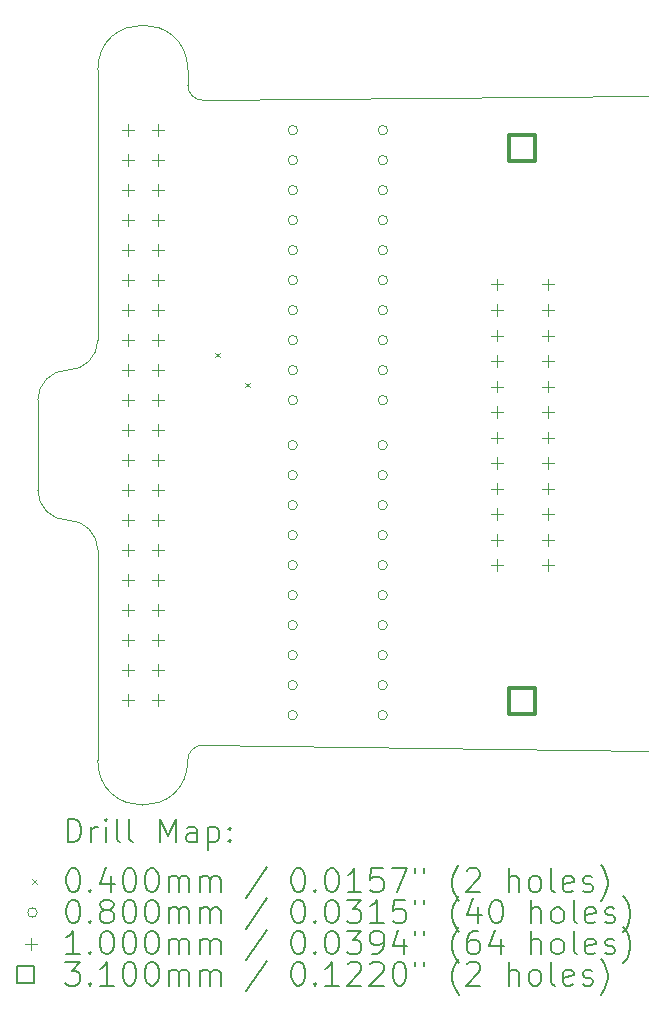
<source format=gbr>
%FSLAX45Y45*%
G04 Gerber Fmt 4.5, Leading zero omitted, Abs format (unit mm)*
G04 Created by KiCad (PCBNEW (6.0.0)) date 2022-01-24 18:05:28*
%MOMM*%
%LPD*%
G01*
G04 APERTURE LIST*
%TA.AperFunction,Profile*%
%ADD10C,0.100000*%
%TD*%
%ADD11C,0.200000*%
%ADD12C,0.040000*%
%ADD13C,0.080000*%
%ADD14C,0.100000*%
%ADD15C,0.310000*%
G04 APERTURE END LIST*
D10*
X20447000Y-6858000D02*
X24217050Y-6824500D01*
X19558000Y-12446000D02*
G75*
G03*
X20320000Y-12446000I381000J0D01*
G01*
X19304000Y-9144000D02*
G75*
G03*
X19558000Y-8890000I0J254000D01*
G01*
X20320000Y-6731000D02*
G75*
G03*
X20447000Y-6858000I127000J0D01*
G01*
X19558000Y-10668000D02*
G75*
G03*
X19304000Y-10414000I-254000J0D01*
G01*
X20320000Y-6604000D02*
G75*
G03*
X19558000Y-6604000I-381000J0D01*
G01*
X19558000Y-12446000D02*
X19558000Y-10668000D01*
X20320000Y-6604000D02*
X20320000Y-6731000D01*
X19304000Y-9144000D02*
G75*
G03*
X19050000Y-9398000I0J-254000D01*
G01*
X20447000Y-12319000D02*
G75*
G03*
X20320000Y-12446000I0J-127000D01*
G01*
X19050000Y-10160000D02*
G75*
G03*
X19304000Y-10414000I254000J0D01*
G01*
X20447000Y-12319000D02*
X24217050Y-12370500D01*
X19558000Y-6604000D02*
X19558000Y-8890000D01*
X19050000Y-9398000D02*
X19050000Y-10160000D01*
D11*
D12*
X20554000Y-8997000D02*
X20594000Y-9037000D01*
X20594000Y-8997000D02*
X20554000Y-9037000D01*
X20808000Y-9251000D02*
X20848000Y-9291000D01*
X20848000Y-9251000D02*
X20808000Y-9291000D01*
D13*
X21248000Y-9778500D02*
G75*
G03*
X21248000Y-9778500I-40000J0D01*
G01*
X21248000Y-10032500D02*
G75*
G03*
X21248000Y-10032500I-40000J0D01*
G01*
X21248000Y-10286500D02*
G75*
G03*
X21248000Y-10286500I-40000J0D01*
G01*
X21248000Y-10540500D02*
G75*
G03*
X21248000Y-10540500I-40000J0D01*
G01*
X21248000Y-10794500D02*
G75*
G03*
X21248000Y-10794500I-40000J0D01*
G01*
X21248000Y-11048500D02*
G75*
G03*
X21248000Y-11048500I-40000J0D01*
G01*
X21248000Y-11302500D02*
G75*
G03*
X21248000Y-11302500I-40000J0D01*
G01*
X21248000Y-11556500D02*
G75*
G03*
X21248000Y-11556500I-40000J0D01*
G01*
X21248000Y-11810500D02*
G75*
G03*
X21248000Y-11810500I-40000J0D01*
G01*
X21248000Y-12064500D02*
G75*
G03*
X21248000Y-12064500I-40000J0D01*
G01*
X21250000Y-7112500D02*
G75*
G03*
X21250000Y-7112500I-40000J0D01*
G01*
X21250000Y-7366500D02*
G75*
G03*
X21250000Y-7366500I-40000J0D01*
G01*
X21250000Y-7620500D02*
G75*
G03*
X21250000Y-7620500I-40000J0D01*
G01*
X21250000Y-7874500D02*
G75*
G03*
X21250000Y-7874500I-40000J0D01*
G01*
X21250000Y-8128500D02*
G75*
G03*
X21250000Y-8128500I-40000J0D01*
G01*
X21250000Y-8382500D02*
G75*
G03*
X21250000Y-8382500I-40000J0D01*
G01*
X21250000Y-8636500D02*
G75*
G03*
X21250000Y-8636500I-40000J0D01*
G01*
X21250000Y-8890500D02*
G75*
G03*
X21250000Y-8890500I-40000J0D01*
G01*
X21250000Y-9144500D02*
G75*
G03*
X21250000Y-9144500I-40000J0D01*
G01*
X21250000Y-9398500D02*
G75*
G03*
X21250000Y-9398500I-40000J0D01*
G01*
X22010000Y-9778500D02*
G75*
G03*
X22010000Y-9778500I-40000J0D01*
G01*
X22010000Y-10032500D02*
G75*
G03*
X22010000Y-10032500I-40000J0D01*
G01*
X22010000Y-10286500D02*
G75*
G03*
X22010000Y-10286500I-40000J0D01*
G01*
X22010000Y-10540500D02*
G75*
G03*
X22010000Y-10540500I-40000J0D01*
G01*
X22010000Y-10794500D02*
G75*
G03*
X22010000Y-10794500I-40000J0D01*
G01*
X22010000Y-11048500D02*
G75*
G03*
X22010000Y-11048500I-40000J0D01*
G01*
X22010000Y-11302500D02*
G75*
G03*
X22010000Y-11302500I-40000J0D01*
G01*
X22010000Y-11556500D02*
G75*
G03*
X22010000Y-11556500I-40000J0D01*
G01*
X22010000Y-11810500D02*
G75*
G03*
X22010000Y-11810500I-40000J0D01*
G01*
X22010000Y-12064500D02*
G75*
G03*
X22010000Y-12064500I-40000J0D01*
G01*
X22012000Y-7112500D02*
G75*
G03*
X22012000Y-7112500I-40000J0D01*
G01*
X22012000Y-7366500D02*
G75*
G03*
X22012000Y-7366500I-40000J0D01*
G01*
X22012000Y-7620500D02*
G75*
G03*
X22012000Y-7620500I-40000J0D01*
G01*
X22012000Y-7874500D02*
G75*
G03*
X22012000Y-7874500I-40000J0D01*
G01*
X22012000Y-8128500D02*
G75*
G03*
X22012000Y-8128500I-40000J0D01*
G01*
X22012000Y-8382500D02*
G75*
G03*
X22012000Y-8382500I-40000J0D01*
G01*
X22012000Y-8636500D02*
G75*
G03*
X22012000Y-8636500I-40000J0D01*
G01*
X22012000Y-8890500D02*
G75*
G03*
X22012000Y-8890500I-40000J0D01*
G01*
X22012000Y-9144500D02*
G75*
G03*
X22012000Y-9144500I-40000J0D01*
G01*
X22012000Y-9398500D02*
G75*
G03*
X22012000Y-9398500I-40000J0D01*
G01*
D14*
X19811500Y-7061500D02*
X19811500Y-7161500D01*
X19761500Y-7111500D02*
X19861500Y-7111500D01*
X19811500Y-7315500D02*
X19811500Y-7415500D01*
X19761500Y-7365500D02*
X19861500Y-7365500D01*
X19811500Y-7569500D02*
X19811500Y-7669500D01*
X19761500Y-7619500D02*
X19861500Y-7619500D01*
X19811500Y-7823500D02*
X19811500Y-7923500D01*
X19761500Y-7873500D02*
X19861500Y-7873500D01*
X19811500Y-8077500D02*
X19811500Y-8177500D01*
X19761500Y-8127500D02*
X19861500Y-8127500D01*
X19811500Y-8331500D02*
X19811500Y-8431500D01*
X19761500Y-8381500D02*
X19861500Y-8381500D01*
X19811500Y-8585500D02*
X19811500Y-8685500D01*
X19761500Y-8635500D02*
X19861500Y-8635500D01*
X19811500Y-8839500D02*
X19811500Y-8939500D01*
X19761500Y-8889500D02*
X19861500Y-8889500D01*
X19811500Y-9093500D02*
X19811500Y-9193500D01*
X19761500Y-9143500D02*
X19861500Y-9143500D01*
X19811500Y-9347500D02*
X19811500Y-9447500D01*
X19761500Y-9397500D02*
X19861500Y-9397500D01*
X19811500Y-9601500D02*
X19811500Y-9701500D01*
X19761500Y-9651500D02*
X19861500Y-9651500D01*
X19811500Y-9855500D02*
X19811500Y-9955500D01*
X19761500Y-9905500D02*
X19861500Y-9905500D01*
X19811500Y-10109500D02*
X19811500Y-10209500D01*
X19761500Y-10159500D02*
X19861500Y-10159500D01*
X19811500Y-10363500D02*
X19811500Y-10463500D01*
X19761500Y-10413500D02*
X19861500Y-10413500D01*
X19811500Y-10617500D02*
X19811500Y-10717500D01*
X19761500Y-10667500D02*
X19861500Y-10667500D01*
X19811500Y-10871500D02*
X19811500Y-10971500D01*
X19761500Y-10921500D02*
X19861500Y-10921500D01*
X19811500Y-11125500D02*
X19811500Y-11225500D01*
X19761500Y-11175500D02*
X19861500Y-11175500D01*
X19811500Y-11379500D02*
X19811500Y-11479500D01*
X19761500Y-11429500D02*
X19861500Y-11429500D01*
X19811500Y-11633500D02*
X19811500Y-11733500D01*
X19761500Y-11683500D02*
X19861500Y-11683500D01*
X19811500Y-11887500D02*
X19811500Y-11987500D01*
X19761500Y-11937500D02*
X19861500Y-11937500D01*
X20065500Y-7061500D02*
X20065500Y-7161500D01*
X20015500Y-7111500D02*
X20115500Y-7111500D01*
X20065500Y-7315500D02*
X20065500Y-7415500D01*
X20015500Y-7365500D02*
X20115500Y-7365500D01*
X20065500Y-7569500D02*
X20065500Y-7669500D01*
X20015500Y-7619500D02*
X20115500Y-7619500D01*
X20065500Y-7823500D02*
X20065500Y-7923500D01*
X20015500Y-7873500D02*
X20115500Y-7873500D01*
X20065500Y-8077500D02*
X20065500Y-8177500D01*
X20015500Y-8127500D02*
X20115500Y-8127500D01*
X20065500Y-8331500D02*
X20065500Y-8431500D01*
X20015500Y-8381500D02*
X20115500Y-8381500D01*
X20065500Y-8585500D02*
X20065500Y-8685500D01*
X20015500Y-8635500D02*
X20115500Y-8635500D01*
X20065500Y-8839500D02*
X20065500Y-8939500D01*
X20015500Y-8889500D02*
X20115500Y-8889500D01*
X20065500Y-9093500D02*
X20065500Y-9193500D01*
X20015500Y-9143500D02*
X20115500Y-9143500D01*
X20065500Y-9347500D02*
X20065500Y-9447500D01*
X20015500Y-9397500D02*
X20115500Y-9397500D01*
X20065500Y-9601500D02*
X20065500Y-9701500D01*
X20015500Y-9651500D02*
X20115500Y-9651500D01*
X20065500Y-9855500D02*
X20065500Y-9955500D01*
X20015500Y-9905500D02*
X20115500Y-9905500D01*
X20065500Y-10109500D02*
X20065500Y-10209500D01*
X20015500Y-10159500D02*
X20115500Y-10159500D01*
X20065500Y-10363500D02*
X20065500Y-10463500D01*
X20015500Y-10413500D02*
X20115500Y-10413500D01*
X20065500Y-10617500D02*
X20065500Y-10717500D01*
X20015500Y-10667500D02*
X20115500Y-10667500D01*
X20065500Y-10871500D02*
X20065500Y-10971500D01*
X20015500Y-10921500D02*
X20115500Y-10921500D01*
X20065500Y-11125500D02*
X20065500Y-11225500D01*
X20015500Y-11175500D02*
X20115500Y-11175500D01*
X20065500Y-11379500D02*
X20065500Y-11479500D01*
X20015500Y-11429500D02*
X20115500Y-11429500D01*
X20065500Y-11633500D02*
X20065500Y-11733500D01*
X20015500Y-11683500D02*
X20115500Y-11683500D01*
X20065500Y-11887500D02*
X20065500Y-11987500D01*
X20015500Y-11937500D02*
X20115500Y-11937500D01*
X22939000Y-8369000D02*
X22939000Y-8469000D01*
X22889000Y-8419000D02*
X22989000Y-8419000D01*
X22939000Y-8585000D02*
X22939000Y-8685000D01*
X22889000Y-8635000D02*
X22989000Y-8635000D01*
X22939000Y-8801000D02*
X22939000Y-8901000D01*
X22889000Y-8851000D02*
X22989000Y-8851000D01*
X22939000Y-9017000D02*
X22939000Y-9117000D01*
X22889000Y-9067000D02*
X22989000Y-9067000D01*
X22939000Y-9233000D02*
X22939000Y-9333000D01*
X22889000Y-9283000D02*
X22989000Y-9283000D01*
X22939000Y-9449000D02*
X22939000Y-9549000D01*
X22889000Y-9499000D02*
X22989000Y-9499000D01*
X22939000Y-9665000D02*
X22939000Y-9765000D01*
X22889000Y-9715000D02*
X22989000Y-9715000D01*
X22939000Y-9881000D02*
X22939000Y-9981000D01*
X22889000Y-9931000D02*
X22989000Y-9931000D01*
X22939000Y-10097000D02*
X22939000Y-10197000D01*
X22889000Y-10147000D02*
X22989000Y-10147000D01*
X22939000Y-10313000D02*
X22939000Y-10413000D01*
X22889000Y-10363000D02*
X22989000Y-10363000D01*
X22939000Y-10529000D02*
X22939000Y-10629000D01*
X22889000Y-10579000D02*
X22989000Y-10579000D01*
X22939000Y-10745000D02*
X22939000Y-10845000D01*
X22889000Y-10795000D02*
X22989000Y-10795000D01*
X23368000Y-8369000D02*
X23368000Y-8469000D01*
X23318000Y-8419000D02*
X23418000Y-8419000D01*
X23368000Y-8585000D02*
X23368000Y-8685000D01*
X23318000Y-8635000D02*
X23418000Y-8635000D01*
X23368000Y-8801000D02*
X23368000Y-8901000D01*
X23318000Y-8851000D02*
X23418000Y-8851000D01*
X23368000Y-9017000D02*
X23368000Y-9117000D01*
X23318000Y-9067000D02*
X23418000Y-9067000D01*
X23368000Y-9233000D02*
X23368000Y-9333000D01*
X23318000Y-9283000D02*
X23418000Y-9283000D01*
X23368000Y-9449000D02*
X23368000Y-9549000D01*
X23318000Y-9499000D02*
X23418000Y-9499000D01*
X23368000Y-9665000D02*
X23368000Y-9765000D01*
X23318000Y-9715000D02*
X23418000Y-9715000D01*
X23368000Y-9881000D02*
X23368000Y-9981000D01*
X23318000Y-9931000D02*
X23418000Y-9931000D01*
X23368000Y-10097000D02*
X23368000Y-10197000D01*
X23318000Y-10147000D02*
X23418000Y-10147000D01*
X23368000Y-10313000D02*
X23368000Y-10413000D01*
X23318000Y-10363000D02*
X23418000Y-10363000D01*
X23368000Y-10529000D02*
X23368000Y-10629000D01*
X23318000Y-10579000D02*
X23418000Y-10579000D01*
X23368000Y-10745000D02*
X23368000Y-10845000D01*
X23318000Y-10795000D02*
X23418000Y-10795000D01*
D15*
X23263103Y-7376603D02*
X23263103Y-7157397D01*
X23043897Y-7157397D01*
X23043897Y-7376603D01*
X23263103Y-7376603D01*
X23263103Y-12056603D02*
X23263103Y-11837397D01*
X23043897Y-11837397D01*
X23043897Y-12056603D01*
X23263103Y-12056603D01*
D11*
X19302619Y-13142476D02*
X19302619Y-12942476D01*
X19350238Y-12942476D01*
X19378810Y-12952000D01*
X19397857Y-12971048D01*
X19407381Y-12990095D01*
X19416905Y-13028190D01*
X19416905Y-13056762D01*
X19407381Y-13094857D01*
X19397857Y-13113905D01*
X19378810Y-13132952D01*
X19350238Y-13142476D01*
X19302619Y-13142476D01*
X19502619Y-13142476D02*
X19502619Y-13009143D01*
X19502619Y-13047238D02*
X19512143Y-13028190D01*
X19521667Y-13018667D01*
X19540714Y-13009143D01*
X19559762Y-13009143D01*
X19626429Y-13142476D02*
X19626429Y-13009143D01*
X19626429Y-12942476D02*
X19616905Y-12952000D01*
X19626429Y-12961524D01*
X19635952Y-12952000D01*
X19626429Y-12942476D01*
X19626429Y-12961524D01*
X19750238Y-13142476D02*
X19731190Y-13132952D01*
X19721667Y-13113905D01*
X19721667Y-12942476D01*
X19855000Y-13142476D02*
X19835952Y-13132952D01*
X19826429Y-13113905D01*
X19826429Y-12942476D01*
X20083571Y-13142476D02*
X20083571Y-12942476D01*
X20150238Y-13085333D01*
X20216905Y-12942476D01*
X20216905Y-13142476D01*
X20397857Y-13142476D02*
X20397857Y-13037714D01*
X20388333Y-13018667D01*
X20369286Y-13009143D01*
X20331190Y-13009143D01*
X20312143Y-13018667D01*
X20397857Y-13132952D02*
X20378810Y-13142476D01*
X20331190Y-13142476D01*
X20312143Y-13132952D01*
X20302619Y-13113905D01*
X20302619Y-13094857D01*
X20312143Y-13075809D01*
X20331190Y-13066286D01*
X20378810Y-13066286D01*
X20397857Y-13056762D01*
X20493095Y-13009143D02*
X20493095Y-13209143D01*
X20493095Y-13018667D02*
X20512143Y-13009143D01*
X20550238Y-13009143D01*
X20569286Y-13018667D01*
X20578810Y-13028190D01*
X20588333Y-13047238D01*
X20588333Y-13104381D01*
X20578810Y-13123428D01*
X20569286Y-13132952D01*
X20550238Y-13142476D01*
X20512143Y-13142476D01*
X20493095Y-13132952D01*
X20674048Y-13123428D02*
X20683571Y-13132952D01*
X20674048Y-13142476D01*
X20664524Y-13132952D01*
X20674048Y-13123428D01*
X20674048Y-13142476D01*
X20674048Y-13018667D02*
X20683571Y-13028190D01*
X20674048Y-13037714D01*
X20664524Y-13028190D01*
X20674048Y-13018667D01*
X20674048Y-13037714D01*
D12*
X19005000Y-13452000D02*
X19045000Y-13492000D01*
X19045000Y-13452000D02*
X19005000Y-13492000D01*
D11*
X19340714Y-13362476D02*
X19359762Y-13362476D01*
X19378810Y-13372000D01*
X19388333Y-13381524D01*
X19397857Y-13400571D01*
X19407381Y-13438667D01*
X19407381Y-13486286D01*
X19397857Y-13524381D01*
X19388333Y-13543428D01*
X19378810Y-13552952D01*
X19359762Y-13562476D01*
X19340714Y-13562476D01*
X19321667Y-13552952D01*
X19312143Y-13543428D01*
X19302619Y-13524381D01*
X19293095Y-13486286D01*
X19293095Y-13438667D01*
X19302619Y-13400571D01*
X19312143Y-13381524D01*
X19321667Y-13372000D01*
X19340714Y-13362476D01*
X19493095Y-13543428D02*
X19502619Y-13552952D01*
X19493095Y-13562476D01*
X19483571Y-13552952D01*
X19493095Y-13543428D01*
X19493095Y-13562476D01*
X19674048Y-13429143D02*
X19674048Y-13562476D01*
X19626429Y-13352952D02*
X19578810Y-13495809D01*
X19702619Y-13495809D01*
X19816905Y-13362476D02*
X19835952Y-13362476D01*
X19855000Y-13372000D01*
X19864524Y-13381524D01*
X19874048Y-13400571D01*
X19883571Y-13438667D01*
X19883571Y-13486286D01*
X19874048Y-13524381D01*
X19864524Y-13543428D01*
X19855000Y-13552952D01*
X19835952Y-13562476D01*
X19816905Y-13562476D01*
X19797857Y-13552952D01*
X19788333Y-13543428D01*
X19778810Y-13524381D01*
X19769286Y-13486286D01*
X19769286Y-13438667D01*
X19778810Y-13400571D01*
X19788333Y-13381524D01*
X19797857Y-13372000D01*
X19816905Y-13362476D01*
X20007381Y-13362476D02*
X20026429Y-13362476D01*
X20045476Y-13372000D01*
X20055000Y-13381524D01*
X20064524Y-13400571D01*
X20074048Y-13438667D01*
X20074048Y-13486286D01*
X20064524Y-13524381D01*
X20055000Y-13543428D01*
X20045476Y-13552952D01*
X20026429Y-13562476D01*
X20007381Y-13562476D01*
X19988333Y-13552952D01*
X19978810Y-13543428D01*
X19969286Y-13524381D01*
X19959762Y-13486286D01*
X19959762Y-13438667D01*
X19969286Y-13400571D01*
X19978810Y-13381524D01*
X19988333Y-13372000D01*
X20007381Y-13362476D01*
X20159762Y-13562476D02*
X20159762Y-13429143D01*
X20159762Y-13448190D02*
X20169286Y-13438667D01*
X20188333Y-13429143D01*
X20216905Y-13429143D01*
X20235952Y-13438667D01*
X20245476Y-13457714D01*
X20245476Y-13562476D01*
X20245476Y-13457714D02*
X20255000Y-13438667D01*
X20274048Y-13429143D01*
X20302619Y-13429143D01*
X20321667Y-13438667D01*
X20331190Y-13457714D01*
X20331190Y-13562476D01*
X20426429Y-13562476D02*
X20426429Y-13429143D01*
X20426429Y-13448190D02*
X20435952Y-13438667D01*
X20455000Y-13429143D01*
X20483571Y-13429143D01*
X20502619Y-13438667D01*
X20512143Y-13457714D01*
X20512143Y-13562476D01*
X20512143Y-13457714D02*
X20521667Y-13438667D01*
X20540714Y-13429143D01*
X20569286Y-13429143D01*
X20588333Y-13438667D01*
X20597857Y-13457714D01*
X20597857Y-13562476D01*
X20988333Y-13352952D02*
X20816905Y-13610095D01*
X21245476Y-13362476D02*
X21264524Y-13362476D01*
X21283571Y-13372000D01*
X21293095Y-13381524D01*
X21302619Y-13400571D01*
X21312143Y-13438667D01*
X21312143Y-13486286D01*
X21302619Y-13524381D01*
X21293095Y-13543428D01*
X21283571Y-13552952D01*
X21264524Y-13562476D01*
X21245476Y-13562476D01*
X21226429Y-13552952D01*
X21216905Y-13543428D01*
X21207381Y-13524381D01*
X21197857Y-13486286D01*
X21197857Y-13438667D01*
X21207381Y-13400571D01*
X21216905Y-13381524D01*
X21226429Y-13372000D01*
X21245476Y-13362476D01*
X21397857Y-13543428D02*
X21407381Y-13552952D01*
X21397857Y-13562476D01*
X21388333Y-13552952D01*
X21397857Y-13543428D01*
X21397857Y-13562476D01*
X21531190Y-13362476D02*
X21550238Y-13362476D01*
X21569286Y-13372000D01*
X21578810Y-13381524D01*
X21588333Y-13400571D01*
X21597857Y-13438667D01*
X21597857Y-13486286D01*
X21588333Y-13524381D01*
X21578810Y-13543428D01*
X21569286Y-13552952D01*
X21550238Y-13562476D01*
X21531190Y-13562476D01*
X21512143Y-13552952D01*
X21502619Y-13543428D01*
X21493095Y-13524381D01*
X21483571Y-13486286D01*
X21483571Y-13438667D01*
X21493095Y-13400571D01*
X21502619Y-13381524D01*
X21512143Y-13372000D01*
X21531190Y-13362476D01*
X21788333Y-13562476D02*
X21674048Y-13562476D01*
X21731190Y-13562476D02*
X21731190Y-13362476D01*
X21712143Y-13391048D01*
X21693095Y-13410095D01*
X21674048Y-13419619D01*
X21969286Y-13362476D02*
X21874048Y-13362476D01*
X21864524Y-13457714D01*
X21874048Y-13448190D01*
X21893095Y-13438667D01*
X21940714Y-13438667D01*
X21959762Y-13448190D01*
X21969286Y-13457714D01*
X21978810Y-13476762D01*
X21978810Y-13524381D01*
X21969286Y-13543428D01*
X21959762Y-13552952D01*
X21940714Y-13562476D01*
X21893095Y-13562476D01*
X21874048Y-13552952D01*
X21864524Y-13543428D01*
X22045476Y-13362476D02*
X22178810Y-13362476D01*
X22093095Y-13562476D01*
X22245476Y-13362476D02*
X22245476Y-13400571D01*
X22321667Y-13362476D02*
X22321667Y-13400571D01*
X22616905Y-13638667D02*
X22607381Y-13629143D01*
X22588333Y-13600571D01*
X22578809Y-13581524D01*
X22569286Y-13552952D01*
X22559762Y-13505333D01*
X22559762Y-13467238D01*
X22569286Y-13419619D01*
X22578809Y-13391048D01*
X22588333Y-13372000D01*
X22607381Y-13343428D01*
X22616905Y-13333905D01*
X22683571Y-13381524D02*
X22693095Y-13372000D01*
X22712143Y-13362476D01*
X22759762Y-13362476D01*
X22778809Y-13372000D01*
X22788333Y-13381524D01*
X22797857Y-13400571D01*
X22797857Y-13419619D01*
X22788333Y-13448190D01*
X22674048Y-13562476D01*
X22797857Y-13562476D01*
X23035952Y-13562476D02*
X23035952Y-13362476D01*
X23121667Y-13562476D02*
X23121667Y-13457714D01*
X23112143Y-13438667D01*
X23093095Y-13429143D01*
X23064524Y-13429143D01*
X23045476Y-13438667D01*
X23035952Y-13448190D01*
X23245476Y-13562476D02*
X23226428Y-13552952D01*
X23216905Y-13543428D01*
X23207381Y-13524381D01*
X23207381Y-13467238D01*
X23216905Y-13448190D01*
X23226428Y-13438667D01*
X23245476Y-13429143D01*
X23274048Y-13429143D01*
X23293095Y-13438667D01*
X23302619Y-13448190D01*
X23312143Y-13467238D01*
X23312143Y-13524381D01*
X23302619Y-13543428D01*
X23293095Y-13552952D01*
X23274048Y-13562476D01*
X23245476Y-13562476D01*
X23426428Y-13562476D02*
X23407381Y-13552952D01*
X23397857Y-13533905D01*
X23397857Y-13362476D01*
X23578809Y-13552952D02*
X23559762Y-13562476D01*
X23521667Y-13562476D01*
X23502619Y-13552952D01*
X23493095Y-13533905D01*
X23493095Y-13457714D01*
X23502619Y-13438667D01*
X23521667Y-13429143D01*
X23559762Y-13429143D01*
X23578809Y-13438667D01*
X23588333Y-13457714D01*
X23588333Y-13476762D01*
X23493095Y-13495809D01*
X23664524Y-13552952D02*
X23683571Y-13562476D01*
X23721667Y-13562476D01*
X23740714Y-13552952D01*
X23750238Y-13533905D01*
X23750238Y-13524381D01*
X23740714Y-13505333D01*
X23721667Y-13495809D01*
X23693095Y-13495809D01*
X23674048Y-13486286D01*
X23664524Y-13467238D01*
X23664524Y-13457714D01*
X23674048Y-13438667D01*
X23693095Y-13429143D01*
X23721667Y-13429143D01*
X23740714Y-13438667D01*
X23816905Y-13638667D02*
X23826428Y-13629143D01*
X23845476Y-13600571D01*
X23855000Y-13581524D01*
X23864524Y-13552952D01*
X23874048Y-13505333D01*
X23874048Y-13467238D01*
X23864524Y-13419619D01*
X23855000Y-13391048D01*
X23845476Y-13372000D01*
X23826428Y-13343428D01*
X23816905Y-13333905D01*
D13*
X19045000Y-13736000D02*
G75*
G03*
X19045000Y-13736000I-40000J0D01*
G01*
D11*
X19340714Y-13626476D02*
X19359762Y-13626476D01*
X19378810Y-13636000D01*
X19388333Y-13645524D01*
X19397857Y-13664571D01*
X19407381Y-13702667D01*
X19407381Y-13750286D01*
X19397857Y-13788381D01*
X19388333Y-13807428D01*
X19378810Y-13816952D01*
X19359762Y-13826476D01*
X19340714Y-13826476D01*
X19321667Y-13816952D01*
X19312143Y-13807428D01*
X19302619Y-13788381D01*
X19293095Y-13750286D01*
X19293095Y-13702667D01*
X19302619Y-13664571D01*
X19312143Y-13645524D01*
X19321667Y-13636000D01*
X19340714Y-13626476D01*
X19493095Y-13807428D02*
X19502619Y-13816952D01*
X19493095Y-13826476D01*
X19483571Y-13816952D01*
X19493095Y-13807428D01*
X19493095Y-13826476D01*
X19616905Y-13712190D02*
X19597857Y-13702667D01*
X19588333Y-13693143D01*
X19578810Y-13674095D01*
X19578810Y-13664571D01*
X19588333Y-13645524D01*
X19597857Y-13636000D01*
X19616905Y-13626476D01*
X19655000Y-13626476D01*
X19674048Y-13636000D01*
X19683571Y-13645524D01*
X19693095Y-13664571D01*
X19693095Y-13674095D01*
X19683571Y-13693143D01*
X19674048Y-13702667D01*
X19655000Y-13712190D01*
X19616905Y-13712190D01*
X19597857Y-13721714D01*
X19588333Y-13731238D01*
X19578810Y-13750286D01*
X19578810Y-13788381D01*
X19588333Y-13807428D01*
X19597857Y-13816952D01*
X19616905Y-13826476D01*
X19655000Y-13826476D01*
X19674048Y-13816952D01*
X19683571Y-13807428D01*
X19693095Y-13788381D01*
X19693095Y-13750286D01*
X19683571Y-13731238D01*
X19674048Y-13721714D01*
X19655000Y-13712190D01*
X19816905Y-13626476D02*
X19835952Y-13626476D01*
X19855000Y-13636000D01*
X19864524Y-13645524D01*
X19874048Y-13664571D01*
X19883571Y-13702667D01*
X19883571Y-13750286D01*
X19874048Y-13788381D01*
X19864524Y-13807428D01*
X19855000Y-13816952D01*
X19835952Y-13826476D01*
X19816905Y-13826476D01*
X19797857Y-13816952D01*
X19788333Y-13807428D01*
X19778810Y-13788381D01*
X19769286Y-13750286D01*
X19769286Y-13702667D01*
X19778810Y-13664571D01*
X19788333Y-13645524D01*
X19797857Y-13636000D01*
X19816905Y-13626476D01*
X20007381Y-13626476D02*
X20026429Y-13626476D01*
X20045476Y-13636000D01*
X20055000Y-13645524D01*
X20064524Y-13664571D01*
X20074048Y-13702667D01*
X20074048Y-13750286D01*
X20064524Y-13788381D01*
X20055000Y-13807428D01*
X20045476Y-13816952D01*
X20026429Y-13826476D01*
X20007381Y-13826476D01*
X19988333Y-13816952D01*
X19978810Y-13807428D01*
X19969286Y-13788381D01*
X19959762Y-13750286D01*
X19959762Y-13702667D01*
X19969286Y-13664571D01*
X19978810Y-13645524D01*
X19988333Y-13636000D01*
X20007381Y-13626476D01*
X20159762Y-13826476D02*
X20159762Y-13693143D01*
X20159762Y-13712190D02*
X20169286Y-13702667D01*
X20188333Y-13693143D01*
X20216905Y-13693143D01*
X20235952Y-13702667D01*
X20245476Y-13721714D01*
X20245476Y-13826476D01*
X20245476Y-13721714D02*
X20255000Y-13702667D01*
X20274048Y-13693143D01*
X20302619Y-13693143D01*
X20321667Y-13702667D01*
X20331190Y-13721714D01*
X20331190Y-13826476D01*
X20426429Y-13826476D02*
X20426429Y-13693143D01*
X20426429Y-13712190D02*
X20435952Y-13702667D01*
X20455000Y-13693143D01*
X20483571Y-13693143D01*
X20502619Y-13702667D01*
X20512143Y-13721714D01*
X20512143Y-13826476D01*
X20512143Y-13721714D02*
X20521667Y-13702667D01*
X20540714Y-13693143D01*
X20569286Y-13693143D01*
X20588333Y-13702667D01*
X20597857Y-13721714D01*
X20597857Y-13826476D01*
X20988333Y-13616952D02*
X20816905Y-13874095D01*
X21245476Y-13626476D02*
X21264524Y-13626476D01*
X21283571Y-13636000D01*
X21293095Y-13645524D01*
X21302619Y-13664571D01*
X21312143Y-13702667D01*
X21312143Y-13750286D01*
X21302619Y-13788381D01*
X21293095Y-13807428D01*
X21283571Y-13816952D01*
X21264524Y-13826476D01*
X21245476Y-13826476D01*
X21226429Y-13816952D01*
X21216905Y-13807428D01*
X21207381Y-13788381D01*
X21197857Y-13750286D01*
X21197857Y-13702667D01*
X21207381Y-13664571D01*
X21216905Y-13645524D01*
X21226429Y-13636000D01*
X21245476Y-13626476D01*
X21397857Y-13807428D02*
X21407381Y-13816952D01*
X21397857Y-13826476D01*
X21388333Y-13816952D01*
X21397857Y-13807428D01*
X21397857Y-13826476D01*
X21531190Y-13626476D02*
X21550238Y-13626476D01*
X21569286Y-13636000D01*
X21578810Y-13645524D01*
X21588333Y-13664571D01*
X21597857Y-13702667D01*
X21597857Y-13750286D01*
X21588333Y-13788381D01*
X21578810Y-13807428D01*
X21569286Y-13816952D01*
X21550238Y-13826476D01*
X21531190Y-13826476D01*
X21512143Y-13816952D01*
X21502619Y-13807428D01*
X21493095Y-13788381D01*
X21483571Y-13750286D01*
X21483571Y-13702667D01*
X21493095Y-13664571D01*
X21502619Y-13645524D01*
X21512143Y-13636000D01*
X21531190Y-13626476D01*
X21664524Y-13626476D02*
X21788333Y-13626476D01*
X21721667Y-13702667D01*
X21750238Y-13702667D01*
X21769286Y-13712190D01*
X21778810Y-13721714D01*
X21788333Y-13740762D01*
X21788333Y-13788381D01*
X21778810Y-13807428D01*
X21769286Y-13816952D01*
X21750238Y-13826476D01*
X21693095Y-13826476D01*
X21674048Y-13816952D01*
X21664524Y-13807428D01*
X21978810Y-13826476D02*
X21864524Y-13826476D01*
X21921667Y-13826476D02*
X21921667Y-13626476D01*
X21902619Y-13655048D01*
X21883571Y-13674095D01*
X21864524Y-13683619D01*
X22159762Y-13626476D02*
X22064524Y-13626476D01*
X22055000Y-13721714D01*
X22064524Y-13712190D01*
X22083571Y-13702667D01*
X22131190Y-13702667D01*
X22150238Y-13712190D01*
X22159762Y-13721714D01*
X22169286Y-13740762D01*
X22169286Y-13788381D01*
X22159762Y-13807428D01*
X22150238Y-13816952D01*
X22131190Y-13826476D01*
X22083571Y-13826476D01*
X22064524Y-13816952D01*
X22055000Y-13807428D01*
X22245476Y-13626476D02*
X22245476Y-13664571D01*
X22321667Y-13626476D02*
X22321667Y-13664571D01*
X22616905Y-13902667D02*
X22607381Y-13893143D01*
X22588333Y-13864571D01*
X22578809Y-13845524D01*
X22569286Y-13816952D01*
X22559762Y-13769333D01*
X22559762Y-13731238D01*
X22569286Y-13683619D01*
X22578809Y-13655048D01*
X22588333Y-13636000D01*
X22607381Y-13607428D01*
X22616905Y-13597905D01*
X22778809Y-13693143D02*
X22778809Y-13826476D01*
X22731190Y-13616952D02*
X22683571Y-13759809D01*
X22807381Y-13759809D01*
X22921667Y-13626476D02*
X22940714Y-13626476D01*
X22959762Y-13636000D01*
X22969286Y-13645524D01*
X22978809Y-13664571D01*
X22988333Y-13702667D01*
X22988333Y-13750286D01*
X22978809Y-13788381D01*
X22969286Y-13807428D01*
X22959762Y-13816952D01*
X22940714Y-13826476D01*
X22921667Y-13826476D01*
X22902619Y-13816952D01*
X22893095Y-13807428D01*
X22883571Y-13788381D01*
X22874048Y-13750286D01*
X22874048Y-13702667D01*
X22883571Y-13664571D01*
X22893095Y-13645524D01*
X22902619Y-13636000D01*
X22921667Y-13626476D01*
X23226428Y-13826476D02*
X23226428Y-13626476D01*
X23312143Y-13826476D02*
X23312143Y-13721714D01*
X23302619Y-13702667D01*
X23283571Y-13693143D01*
X23255000Y-13693143D01*
X23235952Y-13702667D01*
X23226428Y-13712190D01*
X23435952Y-13826476D02*
X23416905Y-13816952D01*
X23407381Y-13807428D01*
X23397857Y-13788381D01*
X23397857Y-13731238D01*
X23407381Y-13712190D01*
X23416905Y-13702667D01*
X23435952Y-13693143D01*
X23464524Y-13693143D01*
X23483571Y-13702667D01*
X23493095Y-13712190D01*
X23502619Y-13731238D01*
X23502619Y-13788381D01*
X23493095Y-13807428D01*
X23483571Y-13816952D01*
X23464524Y-13826476D01*
X23435952Y-13826476D01*
X23616905Y-13826476D02*
X23597857Y-13816952D01*
X23588333Y-13797905D01*
X23588333Y-13626476D01*
X23769286Y-13816952D02*
X23750238Y-13826476D01*
X23712143Y-13826476D01*
X23693095Y-13816952D01*
X23683571Y-13797905D01*
X23683571Y-13721714D01*
X23693095Y-13702667D01*
X23712143Y-13693143D01*
X23750238Y-13693143D01*
X23769286Y-13702667D01*
X23778809Y-13721714D01*
X23778809Y-13740762D01*
X23683571Y-13759809D01*
X23855000Y-13816952D02*
X23874048Y-13826476D01*
X23912143Y-13826476D01*
X23931190Y-13816952D01*
X23940714Y-13797905D01*
X23940714Y-13788381D01*
X23931190Y-13769333D01*
X23912143Y-13759809D01*
X23883571Y-13759809D01*
X23864524Y-13750286D01*
X23855000Y-13731238D01*
X23855000Y-13721714D01*
X23864524Y-13702667D01*
X23883571Y-13693143D01*
X23912143Y-13693143D01*
X23931190Y-13702667D01*
X24007381Y-13902667D02*
X24016905Y-13893143D01*
X24035952Y-13864571D01*
X24045476Y-13845524D01*
X24055000Y-13816952D01*
X24064524Y-13769333D01*
X24064524Y-13731238D01*
X24055000Y-13683619D01*
X24045476Y-13655048D01*
X24035952Y-13636000D01*
X24016905Y-13607428D01*
X24007381Y-13597905D01*
D14*
X18995000Y-13950000D02*
X18995000Y-14050000D01*
X18945000Y-14000000D02*
X19045000Y-14000000D01*
D11*
X19407381Y-14090476D02*
X19293095Y-14090476D01*
X19350238Y-14090476D02*
X19350238Y-13890476D01*
X19331190Y-13919048D01*
X19312143Y-13938095D01*
X19293095Y-13947619D01*
X19493095Y-14071428D02*
X19502619Y-14080952D01*
X19493095Y-14090476D01*
X19483571Y-14080952D01*
X19493095Y-14071428D01*
X19493095Y-14090476D01*
X19626429Y-13890476D02*
X19645476Y-13890476D01*
X19664524Y-13900000D01*
X19674048Y-13909524D01*
X19683571Y-13928571D01*
X19693095Y-13966667D01*
X19693095Y-14014286D01*
X19683571Y-14052381D01*
X19674048Y-14071428D01*
X19664524Y-14080952D01*
X19645476Y-14090476D01*
X19626429Y-14090476D01*
X19607381Y-14080952D01*
X19597857Y-14071428D01*
X19588333Y-14052381D01*
X19578810Y-14014286D01*
X19578810Y-13966667D01*
X19588333Y-13928571D01*
X19597857Y-13909524D01*
X19607381Y-13900000D01*
X19626429Y-13890476D01*
X19816905Y-13890476D02*
X19835952Y-13890476D01*
X19855000Y-13900000D01*
X19864524Y-13909524D01*
X19874048Y-13928571D01*
X19883571Y-13966667D01*
X19883571Y-14014286D01*
X19874048Y-14052381D01*
X19864524Y-14071428D01*
X19855000Y-14080952D01*
X19835952Y-14090476D01*
X19816905Y-14090476D01*
X19797857Y-14080952D01*
X19788333Y-14071428D01*
X19778810Y-14052381D01*
X19769286Y-14014286D01*
X19769286Y-13966667D01*
X19778810Y-13928571D01*
X19788333Y-13909524D01*
X19797857Y-13900000D01*
X19816905Y-13890476D01*
X20007381Y-13890476D02*
X20026429Y-13890476D01*
X20045476Y-13900000D01*
X20055000Y-13909524D01*
X20064524Y-13928571D01*
X20074048Y-13966667D01*
X20074048Y-14014286D01*
X20064524Y-14052381D01*
X20055000Y-14071428D01*
X20045476Y-14080952D01*
X20026429Y-14090476D01*
X20007381Y-14090476D01*
X19988333Y-14080952D01*
X19978810Y-14071428D01*
X19969286Y-14052381D01*
X19959762Y-14014286D01*
X19959762Y-13966667D01*
X19969286Y-13928571D01*
X19978810Y-13909524D01*
X19988333Y-13900000D01*
X20007381Y-13890476D01*
X20159762Y-14090476D02*
X20159762Y-13957143D01*
X20159762Y-13976190D02*
X20169286Y-13966667D01*
X20188333Y-13957143D01*
X20216905Y-13957143D01*
X20235952Y-13966667D01*
X20245476Y-13985714D01*
X20245476Y-14090476D01*
X20245476Y-13985714D02*
X20255000Y-13966667D01*
X20274048Y-13957143D01*
X20302619Y-13957143D01*
X20321667Y-13966667D01*
X20331190Y-13985714D01*
X20331190Y-14090476D01*
X20426429Y-14090476D02*
X20426429Y-13957143D01*
X20426429Y-13976190D02*
X20435952Y-13966667D01*
X20455000Y-13957143D01*
X20483571Y-13957143D01*
X20502619Y-13966667D01*
X20512143Y-13985714D01*
X20512143Y-14090476D01*
X20512143Y-13985714D02*
X20521667Y-13966667D01*
X20540714Y-13957143D01*
X20569286Y-13957143D01*
X20588333Y-13966667D01*
X20597857Y-13985714D01*
X20597857Y-14090476D01*
X20988333Y-13880952D02*
X20816905Y-14138095D01*
X21245476Y-13890476D02*
X21264524Y-13890476D01*
X21283571Y-13900000D01*
X21293095Y-13909524D01*
X21302619Y-13928571D01*
X21312143Y-13966667D01*
X21312143Y-14014286D01*
X21302619Y-14052381D01*
X21293095Y-14071428D01*
X21283571Y-14080952D01*
X21264524Y-14090476D01*
X21245476Y-14090476D01*
X21226429Y-14080952D01*
X21216905Y-14071428D01*
X21207381Y-14052381D01*
X21197857Y-14014286D01*
X21197857Y-13966667D01*
X21207381Y-13928571D01*
X21216905Y-13909524D01*
X21226429Y-13900000D01*
X21245476Y-13890476D01*
X21397857Y-14071428D02*
X21407381Y-14080952D01*
X21397857Y-14090476D01*
X21388333Y-14080952D01*
X21397857Y-14071428D01*
X21397857Y-14090476D01*
X21531190Y-13890476D02*
X21550238Y-13890476D01*
X21569286Y-13900000D01*
X21578810Y-13909524D01*
X21588333Y-13928571D01*
X21597857Y-13966667D01*
X21597857Y-14014286D01*
X21588333Y-14052381D01*
X21578810Y-14071428D01*
X21569286Y-14080952D01*
X21550238Y-14090476D01*
X21531190Y-14090476D01*
X21512143Y-14080952D01*
X21502619Y-14071428D01*
X21493095Y-14052381D01*
X21483571Y-14014286D01*
X21483571Y-13966667D01*
X21493095Y-13928571D01*
X21502619Y-13909524D01*
X21512143Y-13900000D01*
X21531190Y-13890476D01*
X21664524Y-13890476D02*
X21788333Y-13890476D01*
X21721667Y-13966667D01*
X21750238Y-13966667D01*
X21769286Y-13976190D01*
X21778810Y-13985714D01*
X21788333Y-14004762D01*
X21788333Y-14052381D01*
X21778810Y-14071428D01*
X21769286Y-14080952D01*
X21750238Y-14090476D01*
X21693095Y-14090476D01*
X21674048Y-14080952D01*
X21664524Y-14071428D01*
X21883571Y-14090476D02*
X21921667Y-14090476D01*
X21940714Y-14080952D01*
X21950238Y-14071428D01*
X21969286Y-14042857D01*
X21978810Y-14004762D01*
X21978810Y-13928571D01*
X21969286Y-13909524D01*
X21959762Y-13900000D01*
X21940714Y-13890476D01*
X21902619Y-13890476D01*
X21883571Y-13900000D01*
X21874048Y-13909524D01*
X21864524Y-13928571D01*
X21864524Y-13976190D01*
X21874048Y-13995238D01*
X21883571Y-14004762D01*
X21902619Y-14014286D01*
X21940714Y-14014286D01*
X21959762Y-14004762D01*
X21969286Y-13995238D01*
X21978810Y-13976190D01*
X22150238Y-13957143D02*
X22150238Y-14090476D01*
X22102619Y-13880952D02*
X22055000Y-14023809D01*
X22178810Y-14023809D01*
X22245476Y-13890476D02*
X22245476Y-13928571D01*
X22321667Y-13890476D02*
X22321667Y-13928571D01*
X22616905Y-14166667D02*
X22607381Y-14157143D01*
X22588333Y-14128571D01*
X22578809Y-14109524D01*
X22569286Y-14080952D01*
X22559762Y-14033333D01*
X22559762Y-13995238D01*
X22569286Y-13947619D01*
X22578809Y-13919048D01*
X22588333Y-13900000D01*
X22607381Y-13871428D01*
X22616905Y-13861905D01*
X22778809Y-13890476D02*
X22740714Y-13890476D01*
X22721667Y-13900000D01*
X22712143Y-13909524D01*
X22693095Y-13938095D01*
X22683571Y-13976190D01*
X22683571Y-14052381D01*
X22693095Y-14071428D01*
X22702619Y-14080952D01*
X22721667Y-14090476D01*
X22759762Y-14090476D01*
X22778809Y-14080952D01*
X22788333Y-14071428D01*
X22797857Y-14052381D01*
X22797857Y-14004762D01*
X22788333Y-13985714D01*
X22778809Y-13976190D01*
X22759762Y-13966667D01*
X22721667Y-13966667D01*
X22702619Y-13976190D01*
X22693095Y-13985714D01*
X22683571Y-14004762D01*
X22969286Y-13957143D02*
X22969286Y-14090476D01*
X22921667Y-13880952D02*
X22874048Y-14023809D01*
X22997857Y-14023809D01*
X23226428Y-14090476D02*
X23226428Y-13890476D01*
X23312143Y-14090476D02*
X23312143Y-13985714D01*
X23302619Y-13966667D01*
X23283571Y-13957143D01*
X23255000Y-13957143D01*
X23235952Y-13966667D01*
X23226428Y-13976190D01*
X23435952Y-14090476D02*
X23416905Y-14080952D01*
X23407381Y-14071428D01*
X23397857Y-14052381D01*
X23397857Y-13995238D01*
X23407381Y-13976190D01*
X23416905Y-13966667D01*
X23435952Y-13957143D01*
X23464524Y-13957143D01*
X23483571Y-13966667D01*
X23493095Y-13976190D01*
X23502619Y-13995238D01*
X23502619Y-14052381D01*
X23493095Y-14071428D01*
X23483571Y-14080952D01*
X23464524Y-14090476D01*
X23435952Y-14090476D01*
X23616905Y-14090476D02*
X23597857Y-14080952D01*
X23588333Y-14061905D01*
X23588333Y-13890476D01*
X23769286Y-14080952D02*
X23750238Y-14090476D01*
X23712143Y-14090476D01*
X23693095Y-14080952D01*
X23683571Y-14061905D01*
X23683571Y-13985714D01*
X23693095Y-13966667D01*
X23712143Y-13957143D01*
X23750238Y-13957143D01*
X23769286Y-13966667D01*
X23778809Y-13985714D01*
X23778809Y-14004762D01*
X23683571Y-14023809D01*
X23855000Y-14080952D02*
X23874048Y-14090476D01*
X23912143Y-14090476D01*
X23931190Y-14080952D01*
X23940714Y-14061905D01*
X23940714Y-14052381D01*
X23931190Y-14033333D01*
X23912143Y-14023809D01*
X23883571Y-14023809D01*
X23864524Y-14014286D01*
X23855000Y-13995238D01*
X23855000Y-13985714D01*
X23864524Y-13966667D01*
X23883571Y-13957143D01*
X23912143Y-13957143D01*
X23931190Y-13966667D01*
X24007381Y-14166667D02*
X24016905Y-14157143D01*
X24035952Y-14128571D01*
X24045476Y-14109524D01*
X24055000Y-14080952D01*
X24064524Y-14033333D01*
X24064524Y-13995238D01*
X24055000Y-13947619D01*
X24045476Y-13919048D01*
X24035952Y-13900000D01*
X24016905Y-13871428D01*
X24007381Y-13861905D01*
X19015711Y-14334711D02*
X19015711Y-14193289D01*
X18874289Y-14193289D01*
X18874289Y-14334711D01*
X19015711Y-14334711D01*
X19283571Y-14154476D02*
X19407381Y-14154476D01*
X19340714Y-14230667D01*
X19369286Y-14230667D01*
X19388333Y-14240190D01*
X19397857Y-14249714D01*
X19407381Y-14268762D01*
X19407381Y-14316381D01*
X19397857Y-14335428D01*
X19388333Y-14344952D01*
X19369286Y-14354476D01*
X19312143Y-14354476D01*
X19293095Y-14344952D01*
X19283571Y-14335428D01*
X19493095Y-14335428D02*
X19502619Y-14344952D01*
X19493095Y-14354476D01*
X19483571Y-14344952D01*
X19493095Y-14335428D01*
X19493095Y-14354476D01*
X19693095Y-14354476D02*
X19578810Y-14354476D01*
X19635952Y-14354476D02*
X19635952Y-14154476D01*
X19616905Y-14183048D01*
X19597857Y-14202095D01*
X19578810Y-14211619D01*
X19816905Y-14154476D02*
X19835952Y-14154476D01*
X19855000Y-14164000D01*
X19864524Y-14173524D01*
X19874048Y-14192571D01*
X19883571Y-14230667D01*
X19883571Y-14278286D01*
X19874048Y-14316381D01*
X19864524Y-14335428D01*
X19855000Y-14344952D01*
X19835952Y-14354476D01*
X19816905Y-14354476D01*
X19797857Y-14344952D01*
X19788333Y-14335428D01*
X19778810Y-14316381D01*
X19769286Y-14278286D01*
X19769286Y-14230667D01*
X19778810Y-14192571D01*
X19788333Y-14173524D01*
X19797857Y-14164000D01*
X19816905Y-14154476D01*
X20007381Y-14154476D02*
X20026429Y-14154476D01*
X20045476Y-14164000D01*
X20055000Y-14173524D01*
X20064524Y-14192571D01*
X20074048Y-14230667D01*
X20074048Y-14278286D01*
X20064524Y-14316381D01*
X20055000Y-14335428D01*
X20045476Y-14344952D01*
X20026429Y-14354476D01*
X20007381Y-14354476D01*
X19988333Y-14344952D01*
X19978810Y-14335428D01*
X19969286Y-14316381D01*
X19959762Y-14278286D01*
X19959762Y-14230667D01*
X19969286Y-14192571D01*
X19978810Y-14173524D01*
X19988333Y-14164000D01*
X20007381Y-14154476D01*
X20159762Y-14354476D02*
X20159762Y-14221143D01*
X20159762Y-14240190D02*
X20169286Y-14230667D01*
X20188333Y-14221143D01*
X20216905Y-14221143D01*
X20235952Y-14230667D01*
X20245476Y-14249714D01*
X20245476Y-14354476D01*
X20245476Y-14249714D02*
X20255000Y-14230667D01*
X20274048Y-14221143D01*
X20302619Y-14221143D01*
X20321667Y-14230667D01*
X20331190Y-14249714D01*
X20331190Y-14354476D01*
X20426429Y-14354476D02*
X20426429Y-14221143D01*
X20426429Y-14240190D02*
X20435952Y-14230667D01*
X20455000Y-14221143D01*
X20483571Y-14221143D01*
X20502619Y-14230667D01*
X20512143Y-14249714D01*
X20512143Y-14354476D01*
X20512143Y-14249714D02*
X20521667Y-14230667D01*
X20540714Y-14221143D01*
X20569286Y-14221143D01*
X20588333Y-14230667D01*
X20597857Y-14249714D01*
X20597857Y-14354476D01*
X20988333Y-14144952D02*
X20816905Y-14402095D01*
X21245476Y-14154476D02*
X21264524Y-14154476D01*
X21283571Y-14164000D01*
X21293095Y-14173524D01*
X21302619Y-14192571D01*
X21312143Y-14230667D01*
X21312143Y-14278286D01*
X21302619Y-14316381D01*
X21293095Y-14335428D01*
X21283571Y-14344952D01*
X21264524Y-14354476D01*
X21245476Y-14354476D01*
X21226429Y-14344952D01*
X21216905Y-14335428D01*
X21207381Y-14316381D01*
X21197857Y-14278286D01*
X21197857Y-14230667D01*
X21207381Y-14192571D01*
X21216905Y-14173524D01*
X21226429Y-14164000D01*
X21245476Y-14154476D01*
X21397857Y-14335428D02*
X21407381Y-14344952D01*
X21397857Y-14354476D01*
X21388333Y-14344952D01*
X21397857Y-14335428D01*
X21397857Y-14354476D01*
X21597857Y-14354476D02*
X21483571Y-14354476D01*
X21540714Y-14354476D02*
X21540714Y-14154476D01*
X21521667Y-14183048D01*
X21502619Y-14202095D01*
X21483571Y-14211619D01*
X21674048Y-14173524D02*
X21683571Y-14164000D01*
X21702619Y-14154476D01*
X21750238Y-14154476D01*
X21769286Y-14164000D01*
X21778810Y-14173524D01*
X21788333Y-14192571D01*
X21788333Y-14211619D01*
X21778810Y-14240190D01*
X21664524Y-14354476D01*
X21788333Y-14354476D01*
X21864524Y-14173524D02*
X21874048Y-14164000D01*
X21893095Y-14154476D01*
X21940714Y-14154476D01*
X21959762Y-14164000D01*
X21969286Y-14173524D01*
X21978810Y-14192571D01*
X21978810Y-14211619D01*
X21969286Y-14240190D01*
X21855000Y-14354476D01*
X21978810Y-14354476D01*
X22102619Y-14154476D02*
X22121667Y-14154476D01*
X22140714Y-14164000D01*
X22150238Y-14173524D01*
X22159762Y-14192571D01*
X22169286Y-14230667D01*
X22169286Y-14278286D01*
X22159762Y-14316381D01*
X22150238Y-14335428D01*
X22140714Y-14344952D01*
X22121667Y-14354476D01*
X22102619Y-14354476D01*
X22083571Y-14344952D01*
X22074048Y-14335428D01*
X22064524Y-14316381D01*
X22055000Y-14278286D01*
X22055000Y-14230667D01*
X22064524Y-14192571D01*
X22074048Y-14173524D01*
X22083571Y-14164000D01*
X22102619Y-14154476D01*
X22245476Y-14154476D02*
X22245476Y-14192571D01*
X22321667Y-14154476D02*
X22321667Y-14192571D01*
X22616905Y-14430667D02*
X22607381Y-14421143D01*
X22588333Y-14392571D01*
X22578809Y-14373524D01*
X22569286Y-14344952D01*
X22559762Y-14297333D01*
X22559762Y-14259238D01*
X22569286Y-14211619D01*
X22578809Y-14183048D01*
X22588333Y-14164000D01*
X22607381Y-14135428D01*
X22616905Y-14125905D01*
X22683571Y-14173524D02*
X22693095Y-14164000D01*
X22712143Y-14154476D01*
X22759762Y-14154476D01*
X22778809Y-14164000D01*
X22788333Y-14173524D01*
X22797857Y-14192571D01*
X22797857Y-14211619D01*
X22788333Y-14240190D01*
X22674048Y-14354476D01*
X22797857Y-14354476D01*
X23035952Y-14354476D02*
X23035952Y-14154476D01*
X23121667Y-14354476D02*
X23121667Y-14249714D01*
X23112143Y-14230667D01*
X23093095Y-14221143D01*
X23064524Y-14221143D01*
X23045476Y-14230667D01*
X23035952Y-14240190D01*
X23245476Y-14354476D02*
X23226428Y-14344952D01*
X23216905Y-14335428D01*
X23207381Y-14316381D01*
X23207381Y-14259238D01*
X23216905Y-14240190D01*
X23226428Y-14230667D01*
X23245476Y-14221143D01*
X23274048Y-14221143D01*
X23293095Y-14230667D01*
X23302619Y-14240190D01*
X23312143Y-14259238D01*
X23312143Y-14316381D01*
X23302619Y-14335428D01*
X23293095Y-14344952D01*
X23274048Y-14354476D01*
X23245476Y-14354476D01*
X23426428Y-14354476D02*
X23407381Y-14344952D01*
X23397857Y-14325905D01*
X23397857Y-14154476D01*
X23578809Y-14344952D02*
X23559762Y-14354476D01*
X23521667Y-14354476D01*
X23502619Y-14344952D01*
X23493095Y-14325905D01*
X23493095Y-14249714D01*
X23502619Y-14230667D01*
X23521667Y-14221143D01*
X23559762Y-14221143D01*
X23578809Y-14230667D01*
X23588333Y-14249714D01*
X23588333Y-14268762D01*
X23493095Y-14287809D01*
X23664524Y-14344952D02*
X23683571Y-14354476D01*
X23721667Y-14354476D01*
X23740714Y-14344952D01*
X23750238Y-14325905D01*
X23750238Y-14316381D01*
X23740714Y-14297333D01*
X23721667Y-14287809D01*
X23693095Y-14287809D01*
X23674048Y-14278286D01*
X23664524Y-14259238D01*
X23664524Y-14249714D01*
X23674048Y-14230667D01*
X23693095Y-14221143D01*
X23721667Y-14221143D01*
X23740714Y-14230667D01*
X23816905Y-14430667D02*
X23826428Y-14421143D01*
X23845476Y-14392571D01*
X23855000Y-14373524D01*
X23864524Y-14344952D01*
X23874048Y-14297333D01*
X23874048Y-14259238D01*
X23864524Y-14211619D01*
X23855000Y-14183048D01*
X23845476Y-14164000D01*
X23826428Y-14135428D01*
X23816905Y-14125905D01*
M02*

</source>
